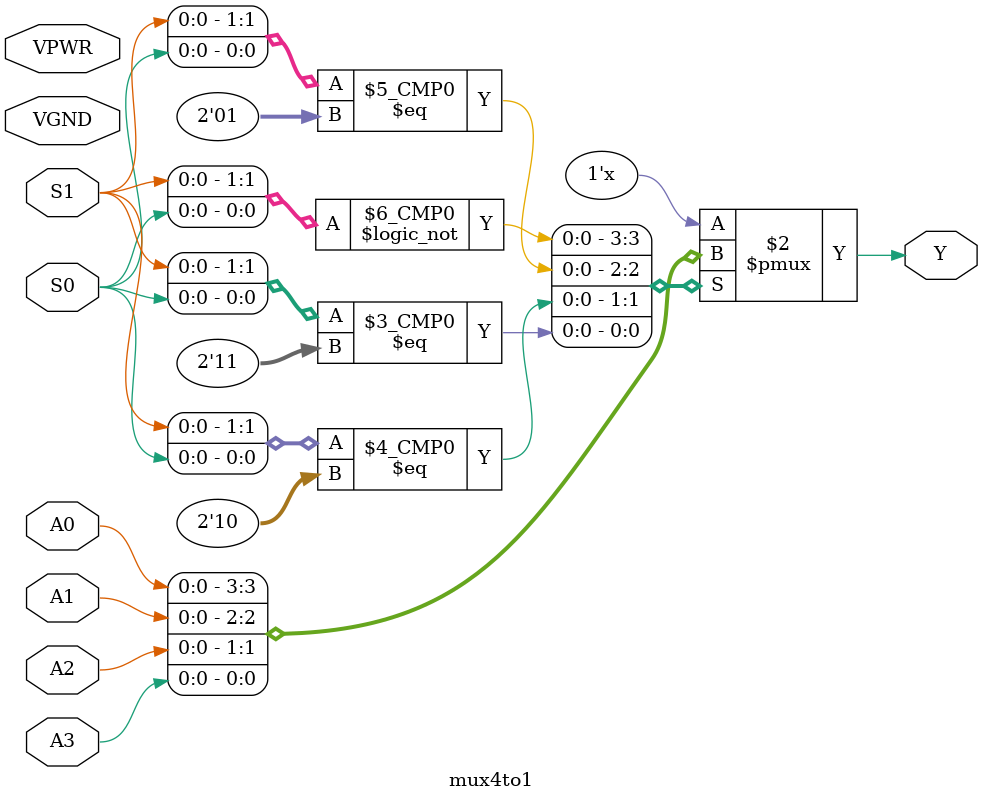
<source format=v>
module mux4to1(
    input [3:0] A0,
    input [3:0] A1,
    input [3:0] A2,
    input [3:0] A3,
    input S0,
    input S1,
    input VPWR,
    input VGND,
    output reg Y
);

    always @ (S1 or S0 or A0 or A1 or A2 or A3) begin
        case ({S1, S0})
            2'b00: Y <= A0;
            2'b01: Y <= A1;
            2'b10: Y <= A2;
            2'b11: Y <= A3;
        endcase
    end

endmodule
</source>
